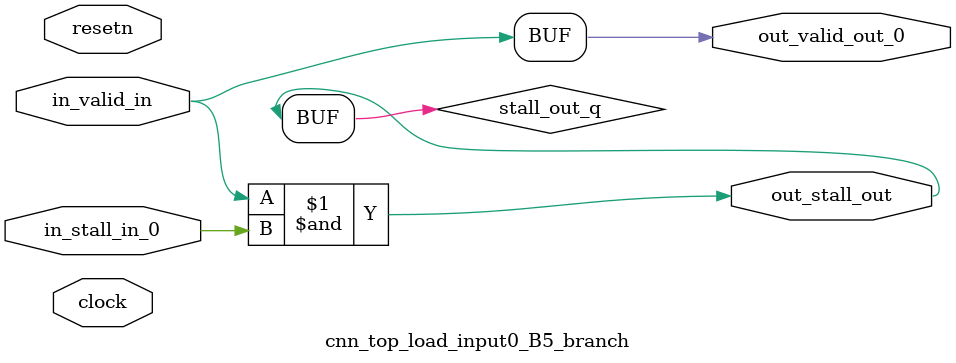
<source format=sv>



(* altera_attribute = "-name AUTO_SHIFT_REGISTER_RECOGNITION OFF; -name MESSAGE_DISABLE 10036; -name MESSAGE_DISABLE 10037; -name MESSAGE_DISABLE 14130; -name MESSAGE_DISABLE 14320; -name MESSAGE_DISABLE 15400; -name MESSAGE_DISABLE 14130; -name MESSAGE_DISABLE 10036; -name MESSAGE_DISABLE 12020; -name MESSAGE_DISABLE 12030; -name MESSAGE_DISABLE 12010; -name MESSAGE_DISABLE 12110; -name MESSAGE_DISABLE 14320; -name MESSAGE_DISABLE 13410; -name MESSAGE_DISABLE 113007; -name MESSAGE_DISABLE 10958" *)
module cnn_top_load_input0_B5_branch (
    input wire [0:0] in_stall_in_0,
    input wire [0:0] in_valid_in,
    output wire [0:0] out_stall_out,
    output wire [0:0] out_valid_out_0,
    input wire clock,
    input wire resetn
    );

    wire [0:0] stall_out_q;


    // stall_out(LOGICAL,6)
    assign stall_out_q = in_valid_in & in_stall_in_0;

    // out_stall_out(GPOUT,4)
    assign out_stall_out = stall_out_q;

    // out_valid_out_0(GPOUT,5)
    assign out_valid_out_0 = in_valid_in;

endmodule

</source>
